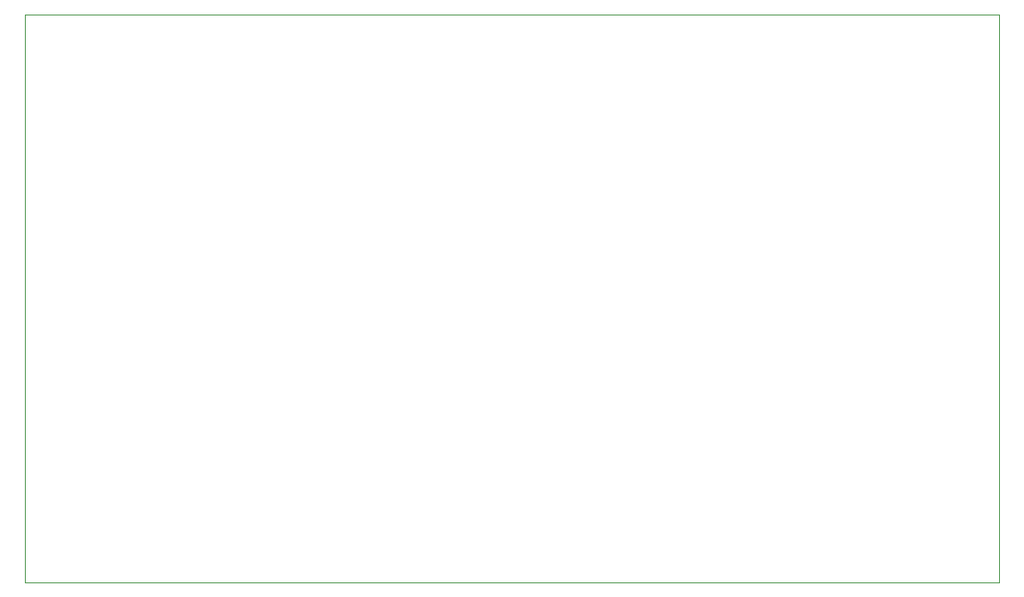
<source format=gbr>
%FSLAX46Y46*%
G04 Gerber Fmt 4.6, Leading zero omitted, Abs format (unit mm)*
G04 Created by KiCad (PCBNEW (2014-10-27 BZR 5228)-product) date 6/2/2015 10:04:42 PM*
%MOMM*%
G01*
G04 APERTURE LIST*
%ADD10C,0.100000*%
G04 APERTURE END LIST*
D10*
X164000000Y-52000000D02*
X68000000Y-52000000D01*
X164000000Y-108000000D02*
X164000000Y-52000000D01*
X68000000Y-108000000D02*
X164000000Y-108000000D01*
X68000000Y-52000000D02*
X68000000Y-108000000D01*
M02*

</source>
